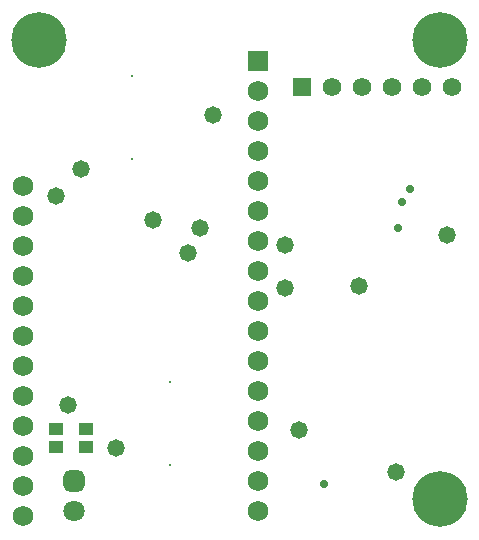
<source format=gts>
G04*
G04 #@! TF.GenerationSoftware,Altium Limited,Altium Designer,24.2.2 (26)*
G04*
G04 Layer_Color=8388736*
%FSLAX25Y25*%
%MOIN*%
G70*
G04*
G04 #@! TF.SameCoordinates,53DEB4DB-F542-4CE3-904C-AAE6CCE40F42*
G04*
G04*
G04 #@! TF.FilePolarity,Negative*
G04*
G01*
G75*
%ADD13R,0.04737X0.03950*%
%ADD14R,0.00800X0.00800*%
%ADD15C,0.07099*%
G04:AMPARAMS|DCode=16|XSize=70.99mil|YSize=70.99mil|CornerRadius=19.75mil|HoleSize=0mil|Usage=FLASHONLY|Rotation=270.000|XOffset=0mil|YOffset=0mil|HoleType=Round|Shape=RoundedRectangle|*
%AMROUNDEDRECTD16*
21,1,0.07099,0.03150,0,0,270.0*
21,1,0.03150,0.07099,0,0,270.0*
1,1,0.03950,-0.01575,-0.01575*
1,1,0.03950,-0.01575,0.01575*
1,1,0.03950,0.01575,0.01575*
1,1,0.03950,0.01575,-0.01575*
%
%ADD16ROUNDEDRECTD16*%
%ADD17R,0.06181X0.06181*%
%ADD18C,0.06181*%
%ADD19C,0.06902*%
%ADD20R,0.06902X0.06902*%
%ADD21C,0.05800*%
%ADD22C,0.18517*%
%ADD23C,0.02769*%
D13*
X17500Y43453D02*
D03*
Y37547D02*
D03*
X27500Y43453D02*
D03*
Y37547D02*
D03*
D14*
X55500Y31614D02*
D03*
Y59173D02*
D03*
X42843Y160972D02*
D03*
Y133413D02*
D03*
D15*
X23500Y16000D02*
D03*
D16*
Y26000D02*
D03*
D17*
X99500Y157500D02*
D03*
D18*
X109500D02*
D03*
X119500D02*
D03*
X129500D02*
D03*
X139500D02*
D03*
X149500D02*
D03*
D19*
X85000Y26000D02*
D03*
Y36000D02*
D03*
Y46000D02*
D03*
Y56000D02*
D03*
Y66000D02*
D03*
Y76000D02*
D03*
Y86000D02*
D03*
Y96000D02*
D03*
Y106000D02*
D03*
Y116000D02*
D03*
Y126000D02*
D03*
Y146000D02*
D03*
X6500Y124500D02*
D03*
Y114500D02*
D03*
Y104500D02*
D03*
Y94500D02*
D03*
Y84500D02*
D03*
Y74500D02*
D03*
Y64500D02*
D03*
Y54500D02*
D03*
Y44500D02*
D03*
Y34500D02*
D03*
Y24500D02*
D03*
Y14500D02*
D03*
X85000Y16000D02*
D03*
Y136000D02*
D03*
Y156000D02*
D03*
D20*
Y166000D02*
D03*
D21*
X94000Y90500D02*
D03*
X118500Y91000D02*
D03*
X94000Y104949D02*
D03*
X70000Y148000D02*
D03*
X148000Y108000D02*
D03*
X98500Y43000D02*
D03*
X131000Y29000D02*
D03*
X65500Y110500D02*
D03*
X50000Y113000D02*
D03*
X61500Y102000D02*
D03*
X37500Y37000D02*
D03*
X26000Y130000D02*
D03*
X21500Y51500D02*
D03*
X17500Y121000D02*
D03*
D22*
X12000Y173000D02*
D03*
X145500D02*
D03*
Y20000D02*
D03*
D23*
X107000Y25000D02*
D03*
X131500Y110500D02*
D03*
X133000Y119000D02*
D03*
X135500Y123500D02*
D03*
M02*

</source>
